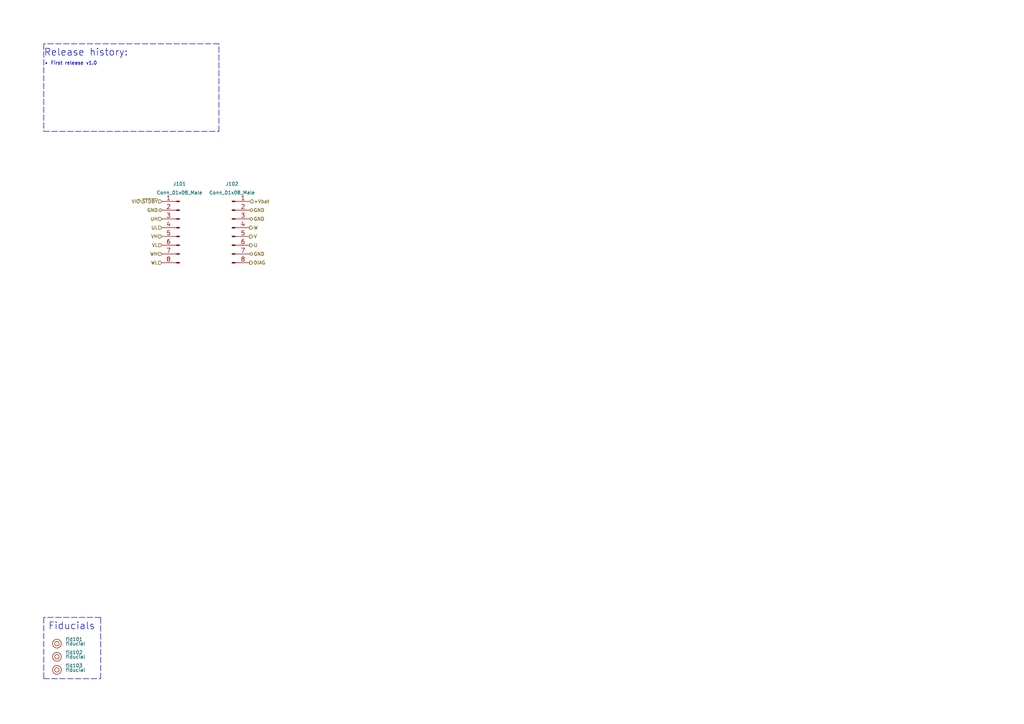
<source format=kicad_sch>
(kicad_sch (version 20211123) (generator eeschema)
  (paper "A4")
  (title_block (title "TMC6300-BOB") (date "2019-07-10") (rev "1.1") (company "Trinamic OÜ"))
  (lib_symbols
    (symbol "Connector:Conn_01x08_Male" (pin_names (offset 1.016) hide)
      (property "Reference" "J" (at 0 10.16 0))
      (property "Value" "Conn_01x08_Male" (at 0 -12.7 0))
      (symbol "Conn_01x08_Male_1_1"
        (polyline (pts (xy 1.27 -10.16) (xy 0.8636 -10.16)) (stroke (width 0.1524)))
        (polyline (pts (xy 1.27 -7.62) (xy 0.8636 -7.62)) (stroke (width 0.1524)))
        (polyline (pts (xy 1.27 -5.08) (xy 0.8636 -5.08)) (stroke (width 0.1524)))
        (polyline (pts (xy 1.27 -2.54) (xy 0.8636 -2.54)) (stroke (width 0.1524)))
        (polyline (pts (xy 1.27 0) (xy 0.8636 0)) (stroke (width 0.1524)))
        (polyline (pts (xy 1.27 2.54) (xy 0.8636 2.54)) (stroke (width 0.1524)))
        (polyline (pts (xy 1.27 5.08) (xy 0.8636 5.08)) (stroke (width 0.1524)))
        (polyline (pts (xy 1.27 7.62) (xy 0.8636 7.62)) (stroke (width 0.1524)))
        (rectangle (start 0.8636 -10.033) (end 0 -10.287) (stroke (width 0.1524)) (fill (type outline)))
        (rectangle (start 0.8636 -7.493) (end 0 -7.747) (stroke (width 0.1524)) (fill (type outline)))
        (rectangle (start 0.8636 -4.953) (end 0 -5.207) (stroke (width 0.1524)) (fill (type outline)))
        (rectangle (start 0.8636 -2.413) (end 0 -2.667) (stroke (width 0.1524)) (fill (type outline)))
        (rectangle (start 0.8636 0.127) (end 0 -0.127) (stroke (width 0.1524)) (fill (type outline)))
        (rectangle (start 0.8636 2.667) (end 0 2.413) (stroke (width 0.1524)) (fill (type outline)))
        (rectangle (start 0.8636 5.207) (end 0 4.953) (stroke (width 0.1524)) (fill (type outline)))
        (rectangle (start 0.8636 7.747) (end 0 7.493) (stroke (width 0.1524)) (fill (type outline)))
        (pin passive line (at 5.08 7.62 180) (length 3.81) (name "Pin_1") (number "1"))
        (pin passive line (at 5.08 5.08 180) (length 3.81) (name "Pin_2") (number "2"))
        (pin passive line (at 5.08 2.54 180) (length 3.81) (name "Pin_3") (number "3"))
        (pin passive line (at 5.08 0 180) (length 3.81) (name "Pin_4") (number "4"))
        (pin passive line (at 5.08 -2.54 180) (length 3.81) (name "Pin_5") (number "5"))
        (pin passive line (at 5.08 -5.08 180) (length 3.81) (name "Pin_6") (number "6"))
        (pin passive line (at 5.08 -7.62 180) (length 3.81) (name "Pin_7") (number "7"))
        (pin passive line (at 5.08 -10.16 180) (length 3.81) (name "Pin_8") (number "8"))
      )
    )
    (symbol "markings:fiducial" (pin_names (offset 1.016))
      (property "Reference" "fid" (at 0 -1.905 0))
      (property "Value" "markings_fiducial" (at 0 1.905 0))
      (symbol "fiducial_0_1"
        (circle (center 0 0) (radius 0.635) (fill (type background)))
        (circle (center 0 0) (radius 1.27))
      )
    )
  )
  (polyline (pts (xy 12.7 196.85) (xy 29.21 196.85)))
  (polyline (pts (xy 29.21 196.85) (xy 29.21 179.07)))
  (polyline (pts (xy 12.7 12.7) (xy 12.7 38.1)))
  (polyline (pts (xy 63.5 12.7) (xy 12.7 12.7)))
  (polyline (pts (xy 63.5 38.1) (xy 63.5 12.7)))
  (polyline (pts (xy 12.7 179.07) (xy 12.7 196.85)))
  (polyline (pts (xy 29.21 179.07) (xy 12.7 179.07)))
  (polyline (pts (xy 12.7 38.1) (xy 63.5 38.1)))
  (text "• First release v1.0" (at 12.7 19.05 0) (effects (font (size 0.9906 0.9906)) (justify left bottom)))
  (text "Release history:" (at 12.7 16.51 0) (effects (font (size 2.0066 2.0066)) (justify left bottom)))
  (text "Fiducials" (at 13.97 182.88 0) (effects (font (size 2.0066 2.0066)) (justify left bottom)))
  (hierarchical_label "W" (shape output) (at 72.39 66.04 0) (effects (font (size 0.9906 0.9906))))
  (hierarchical_label "WL" (shape input) (at 46.99 76.2 180) (effects (font (size 0.9906 0.9906))))
  (hierarchical_label "V" (shape output) (at 72.39 68.58 0) (effects (font (size 0.9906 0.9906))))
  (hierarchical_label "GND" (shape bidirectional) (at 72.39 63.5 0) (effects (font (size 0.9906 0.9906))))
  (hierarchical_label "DIAG" (shape output) (at 72.39 76.2 0) (effects (font (size 0.9906 0.9906))))
  (hierarchical_label "UL" (shape input) (at 46.99 66.04 180) (effects (font (size 0.9906 0.9906))))
  (hierarchical_label "+Vbat" (shape input) (at 72.39 58.42 0) (effects (font (size 0.9906 0.9906))))
  (hierarchical_label "GND" (shape bidirectional) (at 72.39 73.66 0) (effects (font (size 0.9906 0.9906))))
  (hierarchical_label "GND" (shape bidirectional) (at 72.39 60.96 0) (effects (font (size 0.9906 0.9906))))
  (hierarchical_label "UH" (shape input) (at 46.99 63.5 180) (effects (font (size 0.9906 0.9906))))
  (hierarchical_label "WH" (shape input) (at 46.99 73.66 180) (effects (font (size 0.9906 0.9906))))
  (hierarchical_label "VH" (shape input) (at 46.99 68.58 180) (effects (font (size 0.9906 0.9906))))
  (hierarchical_label "VL" (shape input) (at 46.99 71.12 180) (effects (font (size 0.9906 0.9906))))
  (hierarchical_label "U" (shape output) (at 72.39 71.12 0) (effects (font (size 0.9906 0.9906))))
  (hierarchical_label "GND" (shape bidirectional) (at 46.99 60.96 180) (effects (font (size 0.9906 0.9906))))
  (hierarchical_label "VIO\\~{STDBY}" (shape input) (at 46.99 58.42 180) (effects (font (size 0.9906 0.9906))))
  (symbol (lib_id "markings:fiducial") (at 16.51 186.69 0)
    (property "Reference" "fid101" (at 19.05 185.42 0) (effects (font (size 0.9906 0.9906)) (justify left)))
    (property "Value" "fiducial" (at 19.05 186.69 0) (effects (font (size 0.9906 0.9906)) (justify left)))
    (property "Footprint" "Fiducial:Fiducial_0.5mm_Dia_1mm_Outer" (effects hide))
  )
  (symbol (lib_id "markings:fiducial") (at 16.51 190.5 0)
    (property "Reference" "fid102" (at 19.05 189.23 0) (effects (font (size 0.9906 0.9906)) (justify left)))
    (property "Value" "fiducial" (at 19.05 190.5 0) (effects (font (size 0.9906 0.9906)) (justify left)))
    (property "Footprint" "Fiducial:Fiducial_0.5mm_Dia_1mm_Outer" (effects hide))
  )
  (symbol (lib_id "markings:fiducial") (at 16.51 194.31 0)
    (property "Reference" "fid103" (at 19.05 193.04 0) (effects (font (size 0.9906 0.9906)) (justify left)))
    (property "Value" "fiducial" (at 19.05 194.31 0) (effects (font (size 0.9906 0.9906)) (justify left)))
    (property "Footprint" "Fiducial:Fiducial_0.5mm_Dia_1mm_Outer" (effects hide))
  )
  (symbol (lib_id "Connector:Conn_01x08_Male") (at 52.07 66.04 0) (mirror y)
    (property "Reference" "J101" (at 52.07 53.34 0) (effects (font (size 0.9906 0.9906))))
    (property "Value" "Conn_01x08_Male" (at 52.07 55.88 0) (effects (font (size 0.9906 0.9906))))
    (property "Footprint" "Connector_PinHeader_2.54mm:PinHeader_1x08_P2.54mm_Vertical" (effects hide))
  )
  (symbol (lib_id "Connector:Conn_01x08_Male") (at 67.31 66.04 0)
    (property "Reference" "J102" (at 67.31 53.34 0) (effects (font (size 0.9906 0.9906))))
    (property "Value" "Conn_01x08_Male" (at 67.31 55.88 0) (effects (font (size 0.9906 0.9906))))
    (property "Footprint" "Connector_PinHeader_2.54mm:PinHeader_1x08_P2.54mm_Vertical" (effects hide))
  )
)
</source>
